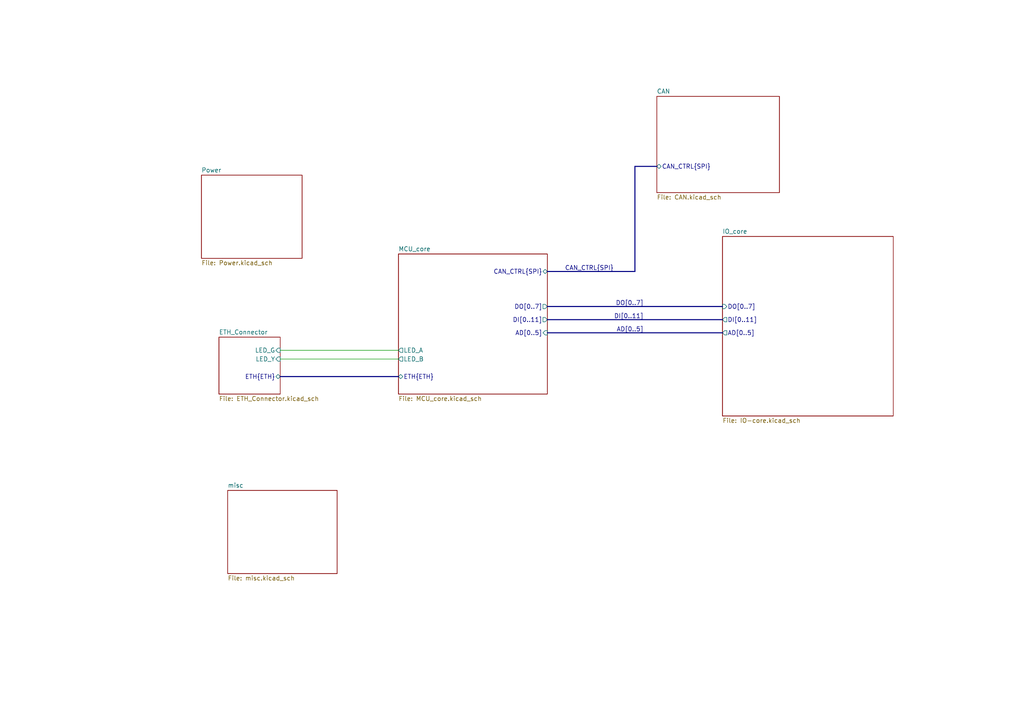
<source format=kicad_sch>
(kicad_sch
	(version 20231120)
	(generator "eeschema")
	(generator_version "8.0")
	(uuid "26a36835-4e01-4565-9612-f38560505464")
	(paper "A4")
	(lib_symbols)
	(bus
		(pts
			(xy 158.75 96.52) (xy 209.55 96.52)
		)
		(stroke
			(width 0)
			(type default)
		)
		(uuid "0f59528e-79e9-424c-b489-f242589e519c")
	)
	(bus
		(pts
			(xy 184.15 78.74) (xy 158.75 78.74)
		)
		(stroke
			(width 0)
			(type default)
		)
		(uuid "324c2e1f-adbf-4ffb-9c77-1ddd7562157f")
	)
	(bus
		(pts
			(xy 184.15 48.26) (xy 184.15 78.74)
		)
		(stroke
			(width 0)
			(type default)
		)
		(uuid "5c8c6776-de23-4246-b93f-376803619e67")
	)
	(bus
		(pts
			(xy 158.75 92.71) (xy 209.55 92.71)
		)
		(stroke
			(width 0)
			(type default)
		)
		(uuid "7e3c5804-f69c-410a-9a80-6adbc05185b9")
	)
	(wire
		(pts
			(xy 81.28 104.14) (xy 115.57 104.14)
		)
		(stroke
			(width 0)
			(type default)
		)
		(uuid "998cab11-9087-456c-92d4-5ee3b879ca88")
	)
	(wire
		(pts
			(xy 81.28 101.6) (xy 115.57 101.6)
		)
		(stroke
			(width 0)
			(type default)
		)
		(uuid "a74aca0b-a86a-4161-b1b6-59905227341a")
	)
	(bus
		(pts
			(xy 158.75 88.9) (xy 209.55 88.9)
		)
		(stroke
			(width 0)
			(type default)
		)
		(uuid "b65af29d-a350-4f74-ad98-fb682c313511")
	)
	(bus
		(pts
			(xy 81.28 109.22) (xy 115.57 109.22)
		)
		(stroke
			(width 0)
			(type default)
		)
		(uuid "d9d05935-f49c-4cdc-8d47-a51a158913c5")
	)
	(bus
		(pts
			(xy 190.5 48.26) (xy 184.15 48.26)
		)
		(stroke
			(width 0)
			(type default)
		)
		(uuid "da56f0f8-9d7b-40e6-885b-dcaf19887178")
	)
	(label "DO[0..7]"
		(at 186.69 88.9 180)
		(fields_autoplaced yes)
		(effects
			(font
				(size 1.27 1.27)
			)
			(justify right bottom)
		)
		(uuid "6e7caedc-0ed3-43b5-9f4e-7a62434bf7a9")
	)
	(label "CAN_CTRL{SPI}"
		(at 163.83 78.74 0)
		(fields_autoplaced yes)
		(effects
			(font
				(size 1.27 1.27)
			)
			(justify left bottom)
		)
		(uuid "b3309ed4-1b93-44c4-b3c4-34465211e7b0")
	)
	(label "AD[0..5]"
		(at 186.69 96.52 180)
		(fields_autoplaced yes)
		(effects
			(font
				(size 1.27 1.27)
			)
			(justify right bottom)
		)
		(uuid "cd0e22a4-9afb-4386-94e5-eb245c3871c5")
	)
	(label "DI[0..11]"
		(at 186.69 92.71 180)
		(fields_autoplaced yes)
		(effects
			(font
				(size 1.27 1.27)
			)
			(justify right bottom)
		)
		(uuid "e8c68ce0-7361-4bea-99e4-57307e604784")
	)
	(sheet
		(at 209.55 68.58)
		(size 49.53 52.07)
		(fields_autoplaced yes)
		(stroke
			(width 0.1524)
			(type solid)
		)
		(fill
			(color 0 0 0 0.0000)
		)
		(uuid "1753a15f-d572-4c39-8cc7-77188589f279")
		(property "Sheetname" "IO_core"
			(at 209.55 67.8684 0)
			(effects
				(font
					(size 1.27 1.27)
				)
				(justify left bottom)
			)
		)
		(property "Sheetfile" "IO-core.kicad_sch"
			(at 209.55 121.2346 0)
			(effects
				(font
					(size 1.27 1.27)
				)
				(justify left top)
			)
		)
		(pin "DI[0..11]" output
			(at 209.55 92.71 180)
			(effects
				(font
					(size 1.27 1.27)
				)
				(justify left)
			)
			(uuid "da820468-9ee1-4f27-b56a-967094386d6b")
		)
		(pin "AD[0..5]" output
			(at 209.55 96.52 180)
			(effects
				(font
					(size 1.27 1.27)
				)
				(justify left)
			)
			(uuid "8d3a71e5-4da2-4da2-b044-fceff7536070")
		)
		(pin "DO[0..7]" input
			(at 209.55 88.9 180)
			(effects
				(font
					(size 1.27 1.27)
				)
				(justify left)
			)
			(uuid "488a4ebb-8e5d-469d-a7c2-2f8047bd898d")
		)
		(instances
			(project "PIC18F_ETH"
				(path "/26a36835-4e01-4565-9612-f38560505464"
					(page "4")
				)
			)
		)
	)
	(sheet
		(at 66.04 142.24)
		(size 31.75 24.13)
		(fields_autoplaced yes)
		(stroke
			(width 0.1524)
			(type solid)
		)
		(fill
			(color 0 0 0 0.0000)
		)
		(uuid "99e9adce-921c-46ac-b4e9-6503da75f3b7")
		(property "Sheetname" "misc"
			(at 66.04 141.5284 0)
			(effects
				(font
					(size 1.27 1.27)
				)
				(justify left bottom)
			)
		)
		(property "Sheetfile" "misc.kicad_sch"
			(at 66.04 166.9546 0)
			(effects
				(font
					(size 1.27 1.27)
				)
				(justify left top)
			)
		)
		(instances
			(project "PIC18F_ETH"
				(path "/26a36835-4e01-4565-9612-f38560505464"
					(page "7")
				)
			)
		)
	)
	(sheet
		(at 190.5 27.94)
		(size 35.56 27.94)
		(fields_autoplaced yes)
		(stroke
			(width 0.1524)
			(type solid)
		)
		(fill
			(color 0 0 0 0.0000)
		)
		(uuid "ab2c46cb-188d-485d-996b-6193419384b9")
		(property "Sheetname" "CAN"
			(at 190.5 27.2284 0)
			(effects
				(font
					(size 1.27 1.27)
				)
				(justify left bottom)
			)
		)
		(property "Sheetfile" "CAN.kicad_sch"
			(at 190.5 56.4646 0)
			(effects
				(font
					(size 1.27 1.27)
				)
				(justify left top)
			)
		)
		(pin "CAN_CTRL{SPI}" bidirectional
			(at 190.5 48.26 180)
			(effects
				(font
					(size 1.27 1.27)
				)
				(justify left)
			)
			(uuid "8be97703-1bd0-4f37-8724-08f18d85746a")
		)
		(instances
			(project "PIC18F_ETH"
				(path "/26a36835-4e01-4565-9612-f38560505464"
					(page "6")
				)
			)
		)
	)
	(sheet
		(at 115.57 73.66)
		(size 43.18 40.64)
		(fields_autoplaced yes)
		(stroke
			(width 0.1524)
			(type solid)
		)
		(fill
			(color 0 0 0 0.0000)
		)
		(uuid "ad2b3e7b-516f-4805-aaab-2158978e44df")
		(property "Sheetname" "MCU_core"
			(at 115.57 72.9484 0)
			(effects
				(font
					(size 1.27 1.27)
				)
				(justify left bottom)
			)
		)
		(property "Sheetfile" "MCU_core.kicad_sch"
			(at 115.57 114.8846 0)
			(effects
				(font
					(size 1.27 1.27)
				)
				(justify left top)
			)
		)
		(pin "ETH{ETH}" bidirectional
			(at 115.57 109.22 180)
			(effects
				(font
					(size 1.27 1.27)
				)
				(justify left)
			)
			(uuid "80269845-fb3c-4f84-a1c1-f9aa2522498a")
		)
		(pin "LED_B" output
			(at 115.57 104.14 180)
			(effects
				(font
					(size 1.27 1.27)
				)
				(justify left)
			)
			(uuid "c33a7d26-fce3-4f3d-b987-a864f883cc03")
		)
		(pin "LED_A" output
			(at 115.57 101.6 180)
			(effects
				(font
					(size 1.27 1.27)
				)
				(justify left)
			)
			(uuid "4dfef44f-f584-463b-bd71-64b9353dc04c")
		)
		(pin "DO[0..7]" output
			(at 158.75 88.9 0)
			(effects
				(font
					(size 1.27 1.27)
				)
				(justify right)
			)
			(uuid "a72ff2a0-bb13-4642-b236-3ee6f207794a")
		)
		(pin "DI[0..11]" output
			(at 158.75 92.71 0)
			(effects
				(font
					(size 1.27 1.27)
				)
				(justify right)
			)
			(uuid "0cf22500-826e-4858-a050-4e17dffea014")
		)
		(pin "AD[0..5]" input
			(at 158.75 96.52 0)
			(effects
				(font
					(size 1.27 1.27)
				)
				(justify right)
			)
			(uuid "22749194-d40c-49ef-b0bd-aa098a053dbe")
		)
		(pin "CAN_CTRL{SPI}" bidirectional
			(at 158.75 78.74 0)
			(effects
				(font
					(size 1.27 1.27)
				)
				(justify right)
			)
			(uuid "b2932c6c-93e3-424e-8e04-23335adfe993")
		)
		(instances
			(project "PIC18F_ETH"
				(path "/26a36835-4e01-4565-9612-f38560505464"
					(page "2")
				)
			)
		)
	)
	(sheet
		(at 58.42 50.8)
		(size 29.21 24.13)
		(fields_autoplaced yes)
		(stroke
			(width 0.1524)
			(type solid)
		)
		(fill
			(color 0 0 0 0.0000)
		)
		(uuid "bd751cb9-4c94-4c00-a697-5d4aa40d6bc8")
		(property "Sheetname" "Power"
			(at 58.42 50.0884 0)
			(effects
				(font
					(size 1.27 1.27)
				)
				(justify left bottom)
			)
		)
		(property "Sheetfile" "Power.kicad_sch"
			(at 58.42 75.5146 0)
			(effects
				(font
					(size 1.27 1.27)
				)
				(justify left top)
			)
		)
		(instances
			(project "PIC18F_ETH"
				(path "/26a36835-4e01-4565-9612-f38560505464"
					(page "3")
				)
			)
		)
	)
	(sheet
		(at 63.5 97.79)
		(size 17.78 16.51)
		(fields_autoplaced yes)
		(stroke
			(width 0.1524)
			(type solid)
		)
		(fill
			(color 0 0 0 0.0000)
		)
		(uuid "fe5ea34d-21cf-4dac-9ef2-b9905ff3ffd8")
		(property "Sheetname" "ETH_Connector"
			(at 63.5 97.0784 0)
			(effects
				(font
					(size 1.27 1.27)
				)
				(justify left bottom)
			)
		)
		(property "Sheetfile" "ETH_Connector.kicad_sch"
			(at 63.5 114.8846 0)
			(effects
				(font
					(size 1.27 1.27)
				)
				(justify left top)
			)
		)
		(pin "LED_G" input
			(at 81.28 101.6 0)
			(effects
				(font
					(size 1.27 1.27)
				)
				(justify right)
			)
			(uuid "bfe36efb-7adb-4592-9815-a7383e6a9d33")
		)
		(pin "LED_Y" input
			(at 81.28 104.14 0)
			(effects
				(font
					(size 1.27 1.27)
				)
				(justify right)
			)
			(uuid "1ffe8f5c-9f0f-4bef-91ab-8f9b30747134")
		)
		(pin "ETH{ETH}" bidirectional
			(at 81.28 109.22 0)
			(effects
				(font
					(size 1.27 1.27)
				)
				(justify right)
			)
			(uuid "198ccfc8-257d-4ced-bb43-fd751f8a4a3a")
		)
		(instances
			(project "PIC18F_ETH"
				(path "/26a36835-4e01-4565-9612-f38560505464"
					(page "5")
				)
			)
		)
	)
	(sheet_instances
		(path "/"
			(page "1")
		)
	)
)
</source>
